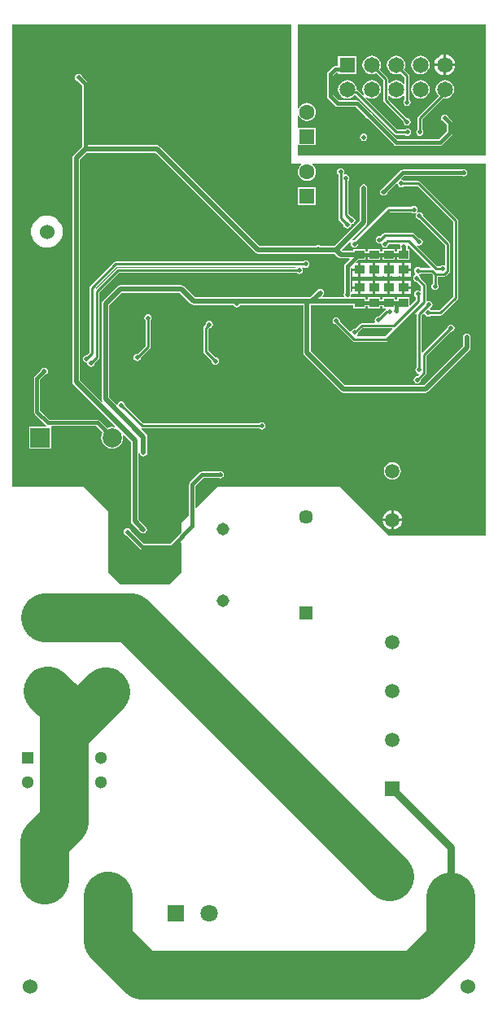
<source format=gbl>
G04*
G04 #@! TF.GenerationSoftware,Altium Limited,Altium Designer,20.2.8 (258)*
G04*
G04 Layer_Physical_Order=2*
G04 Layer_Color=16711680*
%FSLAX25Y25*%
%MOIN*%
G70*
G04*
G04 #@! TF.SameCoordinates,EDA4C1AF-4C8F-4A80-A391-42A014D8E1DD*
G04*
G04*
G04 #@! TF.FilePolarity,Positive*
G04*
G01*
G75*
%ADD15C,0.01000*%
%ADD44R,0.07874X0.07874*%
%ADD45C,0.07874*%
%ADD53R,0.05118X0.05118*%
%ADD54C,0.05118*%
%ADD58R,0.03937X0.03543*%
%ADD71C,0.01500*%
%ADD72C,0.03000*%
%ADD73C,0.02000*%
%ADD74C,0.06000*%
%ADD75C,0.06496*%
%ADD76R,0.06496X0.06496*%
%ADD77R,0.06299X0.06299*%
%ADD78C,0.06299*%
%ADD79C,0.07087*%
%ADD80R,0.07087X0.07087*%
%ADD81C,0.05150*%
%ADD82R,0.05709X0.05709*%
%ADD83C,0.05709*%
%ADD84R,0.05937X0.05937*%
%ADD85C,0.05937*%
%ADD86R,0.07087X0.07087*%
%ADD87C,0.01968*%
%ADD88C,0.02362*%
%ADD89C,0.20000*%
G36*
X709851Y445649D02*
X632649D01*
Y449434D01*
X632850Y449850D01*
X633149Y449850D01*
X640150D01*
Y457150D01*
X633149D01*
X632850Y457150D01*
X632649Y457566D01*
Y461953D01*
X633149Y462052D01*
X633312Y461659D01*
X633897Y460897D01*
X634659Y460312D01*
X635547Y459944D01*
X636500Y459819D01*
X637453Y459944D01*
X638341Y460312D01*
X639103Y460897D01*
X639688Y461659D01*
X640056Y462547D01*
X640181Y463500D01*
X640056Y464453D01*
X639688Y465341D01*
X639103Y466103D01*
X638341Y466688D01*
X637453Y467056D01*
X636500Y467181D01*
X635547Y467056D01*
X634659Y466688D01*
X633897Y466103D01*
X633312Y465341D01*
X633149Y464948D01*
X632649Y465047D01*
Y499351D01*
X709851Y499351D01*
X709851Y445649D01*
D02*
G37*
G36*
X630000Y442500D02*
X634245D01*
X634415Y442000D01*
X633897Y441603D01*
X633312Y440840D01*
X632944Y439953D01*
X632819Y439000D01*
X632944Y438047D01*
X633312Y437159D01*
X633897Y436397D01*
X634659Y435812D01*
X635547Y435444D01*
X636500Y435319D01*
X637453Y435444D01*
X638341Y435812D01*
X639103Y436397D01*
X639688Y437159D01*
X640056Y438047D01*
X640181Y439000D01*
X640056Y439953D01*
X639688Y440840D01*
X639103Y441603D01*
X638585Y442000D01*
X638755Y442500D01*
X709851D01*
X709851Y290000D01*
X670000D01*
X650000Y310000D01*
X600000D01*
X591236Y301236D01*
X590774Y301428D01*
Y310472D01*
X594028Y313725D01*
X600236D01*
X600421Y313602D01*
X601000Y313487D01*
X601579Y313602D01*
X602070Y313930D01*
X602398Y314421D01*
X602513Y315000D01*
X602398Y315579D01*
X602070Y316070D01*
X601579Y316398D01*
X601000Y316513D01*
X600421Y316398D01*
X600236Y316274D01*
X593500D01*
X593012Y316178D01*
X592599Y315901D01*
X588599Y311901D01*
X588322Y311488D01*
X588226Y311000D01*
Y298225D01*
X585000Y295000D01*
Y291302D01*
X580472Y286774D01*
X569528D01*
X564442Y291861D01*
X564398Y292079D01*
X564070Y292570D01*
X563579Y292898D01*
X563000Y293013D01*
X562421Y292898D01*
X561930Y292570D01*
X561602Y292079D01*
X561487Y291500D01*
X561602Y290921D01*
X561930Y290430D01*
X562421Y290102D01*
X562639Y290058D01*
X568099Y284599D01*
X568512Y284323D01*
X569000Y284226D01*
X581000D01*
X581488Y284323D01*
X581901Y284599D01*
X584538Y287236D01*
X585000Y287044D01*
Y275000D01*
X580000Y270000D01*
X560000D01*
X555000Y275000D01*
Y300000D01*
X545000Y310000D01*
X515649D01*
X515649Y499351D01*
X630000Y499351D01*
Y442500D01*
D02*
G37*
%LPC*%
G36*
X693500Y486971D02*
Y483252D01*
X697219D01*
X697139Y483861D01*
X696711Y484894D01*
X696030Y485782D01*
X695142Y486463D01*
X694109Y486891D01*
X693500Y486971D01*
D02*
G37*
G36*
X692500D02*
X691891Y486891D01*
X690858Y486463D01*
X689970Y485782D01*
X689289Y484894D01*
X688861Y483861D01*
X688781Y483252D01*
X692500D01*
Y486971D01*
D02*
G37*
G36*
X656748Y486500D02*
X649252D01*
Y482274D01*
X648000D01*
X647512Y482177D01*
X647099Y481901D01*
X645099Y479901D01*
X644823Y479488D01*
X644726Y479000D01*
Y470000D01*
X644823Y469512D01*
X645099Y469099D01*
X648099Y466099D01*
X648512Y465823D01*
X649000Y465726D01*
X656472D01*
X660558Y461639D01*
X660602Y461421D01*
X660930Y460930D01*
X661421Y460602D01*
X661639Y460558D01*
X672099Y450099D01*
X672512Y449823D01*
X673000Y449725D01*
X691000D01*
X691488Y449823D01*
X691901Y450099D01*
X695901Y454099D01*
X696177Y454512D01*
X696275Y455000D01*
Y458953D01*
X696177Y459441D01*
X695901Y459854D01*
X694457Y461298D01*
X694414Y461516D01*
X694086Y462007D01*
X693595Y462335D01*
X693015Y462451D01*
X692436Y462335D01*
X691946Y462007D01*
X691617Y461516D01*
X691502Y460937D01*
X691617Y460358D01*
X691946Y459867D01*
X692436Y459539D01*
X692655Y459496D01*
X693725Y458425D01*
Y455528D01*
X690472Y452275D01*
X673528D01*
X663442Y462361D01*
X663398Y462579D01*
X663070Y463070D01*
X662579Y463398D01*
X662361Y463442D01*
X657901Y467901D01*
X657488Y468178D01*
X657000Y468274D01*
X649528D01*
X647274Y470528D01*
Y478472D01*
X648528Y479726D01*
X649252D01*
Y479004D01*
X656748D01*
Y486500D01*
D02*
G37*
G36*
X683000Y486532D02*
X682022Y486404D01*
X681110Y486026D01*
X680327Y485425D01*
X679726Y484642D01*
X679348Y483730D01*
X679220Y482752D01*
X679348Y481774D01*
X679726Y480862D01*
X680327Y480079D01*
X681110Y479478D01*
X682022Y479100D01*
X683000Y478972D01*
X683978Y479100D01*
X684890Y479478D01*
X685673Y480079D01*
X686274Y480862D01*
X686652Y481774D01*
X686780Y482752D01*
X686652Y483730D01*
X686274Y484642D01*
X685673Y485425D01*
X684890Y486026D01*
X683978Y486404D01*
X683000Y486532D01*
D02*
G37*
G36*
X697219Y482252D02*
X693500D01*
Y478533D01*
X694109Y478613D01*
X695142Y479041D01*
X696030Y479722D01*
X696711Y480610D01*
X697139Y481643D01*
X697219Y482252D01*
D02*
G37*
G36*
X692500D02*
X688781D01*
X688861Y481643D01*
X689289Y480610D01*
X689970Y479722D01*
X690858Y479041D01*
X691891Y478613D01*
X692500Y478533D01*
Y482252D01*
D02*
G37*
G36*
X673000Y486532D02*
X672022Y486404D01*
X671110Y486026D01*
X670327Y485425D01*
X669726Y484642D01*
X669348Y483730D01*
X669220Y482752D01*
X669348Y481774D01*
X669726Y480862D01*
X670327Y480079D01*
X671110Y479478D01*
X672022Y479100D01*
X673000Y478972D01*
X673978Y479100D01*
X674849Y479461D01*
X676480Y477830D01*
Y475194D01*
X675980Y475025D01*
X675673Y475425D01*
X674890Y476026D01*
X673978Y476404D01*
X673000Y476532D01*
X672022Y476404D01*
X671110Y476026D01*
X670327Y475425D01*
X670172Y475223D01*
X669672Y475392D01*
Y477100D01*
X669594Y477490D01*
X669373Y477821D01*
X666291Y480903D01*
X666652Y481774D01*
X666780Y482752D01*
X666652Y483730D01*
X666274Y484642D01*
X665673Y485425D01*
X664890Y486026D01*
X663978Y486404D01*
X663000Y486532D01*
X662022Y486404D01*
X661110Y486026D01*
X660327Y485425D01*
X659726Y484642D01*
X659348Y483730D01*
X659220Y482752D01*
X659348Y481774D01*
X659726Y480862D01*
X660327Y480079D01*
X661110Y479478D01*
X662022Y479100D01*
X663000Y478972D01*
X663978Y479100D01*
X664849Y479461D01*
X667632Y476678D01*
Y468348D01*
X667710Y467958D01*
X667931Y467627D01*
X675998Y459560D01*
X675987Y459500D01*
X676102Y458921D01*
X676430Y458430D01*
X676921Y458102D01*
X677500Y457987D01*
X678079Y458102D01*
X678570Y458430D01*
X678898Y458921D01*
X679013Y459500D01*
X678898Y460079D01*
X678570Y460570D01*
X678079Y460898D01*
X677500Y461013D01*
X677440Y461001D01*
X669672Y468770D01*
Y470112D01*
X670172Y470281D01*
X670327Y470079D01*
X671110Y469478D01*
X672022Y469100D01*
X673000Y468972D01*
X673978Y469100D01*
X674890Y469478D01*
X675673Y470079D01*
X675980Y470479D01*
X676480Y470310D01*
Y468604D01*
X676430Y468570D01*
X676102Y468079D01*
X675987Y467500D01*
X676102Y466921D01*
X676430Y466430D01*
X676921Y466102D01*
X677500Y465987D01*
X678079Y466102D01*
X678570Y466430D01*
X678898Y466921D01*
X679013Y467500D01*
X678898Y468079D01*
X678570Y468570D01*
X678520Y468604D01*
Y478252D01*
X678442Y478642D01*
X678221Y478973D01*
X676291Y480903D01*
X676652Y481774D01*
X676780Y482752D01*
X676652Y483730D01*
X676274Y484642D01*
X675673Y485425D01*
X674890Y486026D01*
X673978Y486404D01*
X673000Y486532D01*
D02*
G37*
G36*
X663000Y476532D02*
X662022Y476404D01*
X661110Y476026D01*
X660327Y475425D01*
X659726Y474642D01*
X659348Y473730D01*
X659220Y472752D01*
X659348Y471773D01*
X659726Y470862D01*
X659854Y470695D01*
X659477Y470365D01*
X657402Y472440D01*
X657072Y472661D01*
X656776Y472719D01*
X656780Y472752D01*
X656652Y473730D01*
X656274Y474642D01*
X655673Y475425D01*
X654890Y476026D01*
X653978Y476404D01*
X653000Y476532D01*
X652022Y476404D01*
X651110Y476026D01*
X650327Y475425D01*
X649726Y474642D01*
X649348Y473730D01*
X649220Y472752D01*
X649348Y471773D01*
X649726Y470862D01*
X650327Y470079D01*
X651110Y469478D01*
X652022Y469100D01*
X653000Y468972D01*
X653978Y469100D01*
X654890Y469478D01*
X655673Y470079D01*
X655896Y470369D01*
X656550Y470409D01*
X672479Y454479D01*
X672810Y454258D01*
X673200Y454180D01*
X676596D01*
X676630Y454130D01*
X677121Y453802D01*
X677700Y453687D01*
X678279Y453802D01*
X678770Y454130D01*
X679098Y454621D01*
X679213Y455200D01*
X679098Y455779D01*
X678770Y456270D01*
X678279Y456598D01*
X677700Y456713D01*
X677121Y456598D01*
X676630Y456270D01*
X676596Y456220D01*
X673622D01*
X660613Y469229D01*
X660943Y469606D01*
X661110Y469478D01*
X662022Y469100D01*
X663000Y468972D01*
X663978Y469100D01*
X664890Y469478D01*
X665673Y470079D01*
X666274Y470862D01*
X666652Y471773D01*
X666780Y472752D01*
X666652Y473730D01*
X666274Y474642D01*
X665673Y475425D01*
X664890Y476026D01*
X663978Y476404D01*
X663000Y476532D01*
D02*
G37*
G36*
X693000D02*
X692022Y476404D01*
X691110Y476026D01*
X690327Y475425D01*
X689726Y474642D01*
X689348Y473730D01*
X689220Y472752D01*
X689348Y471773D01*
X689726Y470862D01*
X690327Y470079D01*
X690328Y470069D01*
X681979Y461721D01*
X681758Y461390D01*
X681680Y461000D01*
Y456304D01*
X681630Y456270D01*
X681302Y455779D01*
X681187Y455200D01*
X681302Y454621D01*
X681630Y454130D01*
X682121Y453802D01*
X682700Y453687D01*
X683279Y453802D01*
X683770Y454130D01*
X684098Y454621D01*
X684213Y455200D01*
X684098Y455779D01*
X683770Y456270D01*
X683720Y456304D01*
Y460578D01*
X692217Y469075D01*
X693000Y468972D01*
X693978Y469100D01*
X694890Y469478D01*
X695673Y470079D01*
X696274Y470862D01*
X696652Y471773D01*
X696780Y472752D01*
X696652Y473730D01*
X696274Y474642D01*
X695673Y475425D01*
X694890Y476026D01*
X693978Y476404D01*
X693000Y476532D01*
D02*
G37*
G36*
X683000D02*
X682022Y476404D01*
X681110Y476026D01*
X680327Y475425D01*
X679726Y474642D01*
X679348Y473730D01*
X679220Y472752D01*
X679348Y471773D01*
X679726Y470862D01*
X680327Y470079D01*
X681110Y469478D01*
X682022Y469100D01*
X683000Y468972D01*
X683978Y469100D01*
X684890Y469478D01*
X685673Y470079D01*
X686274Y470862D01*
X686652Y471773D01*
X686780Y472752D01*
X686652Y473730D01*
X686274Y474642D01*
X685673Y475425D01*
X684890Y476026D01*
X683978Y476404D01*
X683000Y476532D01*
D02*
G37*
G36*
X659750Y454663D02*
X659171Y454548D01*
X658680Y454220D01*
X658352Y453729D01*
X658237Y453150D01*
X658352Y452570D01*
X658680Y452079D01*
X659171Y451752D01*
X659750Y451636D01*
X660329Y451752D01*
X660820Y452079D01*
X661148Y452570D01*
X661263Y453150D01*
X661148Y453729D01*
X660820Y454220D01*
X660329Y454548D01*
X659750Y454663D01*
D02*
G37*
G36*
X543000Y479061D02*
X542421Y478945D01*
X541930Y478617D01*
X541602Y478126D01*
X541487Y477547D01*
X541602Y476968D01*
X541930Y476477D01*
X542421Y476149D01*
X542639Y476106D01*
X544350Y474394D01*
Y449263D01*
X540919Y445831D01*
X540587Y445335D01*
X540471Y444750D01*
Y353000D01*
X540587Y352415D01*
X540919Y351919D01*
X557865Y334973D01*
X557631Y334499D01*
X556764Y334613D01*
X555606Y334461D01*
X554642Y334062D01*
X551603Y337101D01*
X551189Y337378D01*
X550702Y337474D01*
X530928D01*
X527175Y341228D01*
Y353772D01*
X529261Y355858D01*
X529479Y355902D01*
X529970Y356230D01*
X530298Y356721D01*
X530413Y357300D01*
X530298Y357879D01*
X529970Y358370D01*
X529479Y358698D01*
X528900Y358813D01*
X528321Y358698D01*
X527830Y358370D01*
X527502Y357879D01*
X527458Y357661D01*
X524999Y355201D01*
X524722Y354788D01*
X524625Y354300D01*
Y340700D01*
X524722Y340212D01*
X524999Y339799D01*
X529499Y335299D01*
X529834Y335075D01*
X529807Y334732D01*
X529751Y334575D01*
X522799D01*
Y325701D01*
X531673D01*
Y334425D01*
X531673Y334575D01*
X532028Y334926D01*
X550174D01*
X552840Y332259D01*
X552441Y331296D01*
X552288Y330138D01*
X552441Y328979D01*
X552888Y327900D01*
X553599Y326973D01*
X554526Y326262D01*
X555606Y325815D01*
X556764Y325662D01*
X557922Y325815D01*
X559001Y326262D01*
X559928Y326973D01*
X560639Y327900D01*
X561087Y328979D01*
X561239Y330138D01*
X561125Y331005D01*
X561598Y331239D01*
X564471Y328366D01*
Y296000D01*
X564587Y295415D01*
X564919Y294919D01*
X568419Y291419D01*
X568915Y291087D01*
X569500Y290971D01*
X570085Y291087D01*
X570581Y291419D01*
X570913Y291915D01*
X571029Y292500D01*
X570913Y293085D01*
X570581Y293581D01*
X567529Y296634D01*
Y323736D01*
X568029Y323785D01*
X568102Y323421D01*
X568430Y322930D01*
X568921Y322602D01*
X568948Y322597D01*
X568962Y322587D01*
X569547Y322471D01*
X570132Y322587D01*
X570629Y322919D01*
X570960Y323415D01*
X571077Y324000D01*
Y330453D01*
X570960Y331038D01*
X570629Y331534D01*
X568616Y333547D01*
X568862Y334008D01*
X569000Y333980D01*
X616896D01*
X616930Y333930D01*
X617421Y333602D01*
X618000Y333487D01*
X618579Y333602D01*
X619070Y333930D01*
X619398Y334421D01*
X619513Y335000D01*
X619398Y335579D01*
X619070Y336070D01*
X618579Y336398D01*
X618000Y336513D01*
X617421Y336398D01*
X616930Y336070D01*
X616896Y336020D01*
X569422D01*
X562002Y343440D01*
X562013Y343500D01*
X561898Y344079D01*
X561570Y344570D01*
X561079Y344898D01*
X560500Y345013D01*
X559921Y344898D01*
X559430Y344570D01*
X559102Y344079D01*
X559050Y343820D01*
X558508Y343655D01*
X555529Y346634D01*
Y369500D01*
Y384366D01*
X560634Y389471D01*
X584367D01*
X588919Y384919D01*
X589415Y384587D01*
X590000Y384471D01*
X606392D01*
X606402Y384421D01*
X606730Y383930D01*
X607221Y383602D01*
X607800Y383487D01*
X608379Y383602D01*
X608870Y383930D01*
X609198Y384421D01*
X609208Y384471D01*
X634971D01*
Y365000D01*
X635087Y364415D01*
X635419Y363919D01*
X650419Y348919D01*
X650915Y348587D01*
X651500Y348471D01*
X685000D01*
X685585Y348587D01*
X686081Y348919D01*
X703081Y365919D01*
X703413Y366415D01*
X703529Y367000D01*
Y371300D01*
X703413Y371885D01*
X703081Y372381D01*
X702585Y372713D01*
X702000Y372829D01*
X701415Y372713D01*
X700919Y372381D01*
X700587Y371885D01*
X700471Y371300D01*
Y367634D01*
X684367Y351529D01*
X652134D01*
X638029Y365634D01*
Y384471D01*
X655532D01*
Y383079D01*
X660468D01*
Y384076D01*
X661531D01*
Y383079D01*
X666468D01*
Y384076D01*
X667531D01*
Y383079D01*
X668706D01*
X668715Y383056D01*
X668789Y382579D01*
X668553Y382421D01*
X665841Y379709D01*
X665782Y379721D01*
X665203Y379606D01*
X664712Y379278D01*
X664384Y378787D01*
X664268Y378208D01*
X664381Y377643D01*
X664395Y377553D01*
X664114Y377143D01*
X659023D01*
X658633Y377065D01*
X658302Y376844D01*
X656160Y374701D01*
X656100Y374713D01*
X655521Y374598D01*
X655030Y374270D01*
X654702Y373779D01*
X654697Y373752D01*
X654154Y373588D01*
X649968Y377774D01*
X650013Y378000D01*
X649898Y378579D01*
X649570Y379070D01*
X649079Y379398D01*
X648500Y379513D01*
X647921Y379398D01*
X647430Y379070D01*
X647102Y378579D01*
X646987Y378000D01*
X647102Y377421D01*
X647430Y376930D01*
X647921Y376602D01*
X648340Y376519D01*
X655079Y369779D01*
X655410Y369558D01*
X655800Y369480D01*
X668963D01*
X669353Y369558D01*
X669684Y369779D01*
X680873Y380969D01*
X680975Y380952D01*
X681396Y380516D01*
Y359004D01*
X681346Y358970D01*
X681018Y358479D01*
X680902Y357900D01*
X681018Y357321D01*
X681346Y356830D01*
X681837Y356502D01*
X682184Y356433D01*
X682363Y355905D01*
X681760Y355301D01*
X681700Y355313D01*
X681121Y355198D01*
X680630Y354870D01*
X680302Y354379D01*
X680187Y353800D01*
X680302Y353221D01*
X680630Y352730D01*
X681121Y352402D01*
X681700Y352287D01*
X682279Y352402D01*
X682770Y352730D01*
X683098Y353221D01*
X683213Y353800D01*
X683202Y353860D01*
X685221Y355879D01*
X685442Y356210D01*
X685520Y356600D01*
Y363578D01*
X695440Y373499D01*
X695500Y373487D01*
X696079Y373602D01*
X696570Y373930D01*
X696898Y374421D01*
X697013Y375000D01*
X696898Y375579D01*
X696570Y376070D01*
X696079Y376398D01*
X695500Y376513D01*
X694921Y376398D01*
X694430Y376070D01*
X694102Y375579D01*
X693987Y375000D01*
X693998Y374940D01*
X683935Y364877D01*
X683435Y365084D01*
Y380093D01*
X684255Y380913D01*
X684797Y380748D01*
X684826Y380608D01*
X685153Y380117D01*
X685644Y379788D01*
X686224Y379673D01*
X686803Y379788D01*
X687294Y380117D01*
X687327Y380167D01*
X691287D01*
X691677Y380245D01*
X692008Y380466D01*
X698121Y386579D01*
X698342Y386910D01*
X698420Y387300D01*
Y419000D01*
X698342Y419390D01*
X698121Y419721D01*
X682921Y434921D01*
X682590Y435142D01*
X682200Y435220D01*
X676304D01*
X676270Y435270D01*
X675779Y435598D01*
X675386Y435676D01*
X675189Y436166D01*
X675189Y436187D01*
X676377Y437375D01*
X699986D01*
X700171Y437252D01*
X700750Y437136D01*
X701329Y437252D01*
X701820Y437579D01*
X702148Y438070D01*
X702263Y438650D01*
X702148Y439229D01*
X701820Y439720D01*
X701329Y440048D01*
X700750Y440163D01*
X700171Y440048D01*
X699986Y439924D01*
X675850D01*
X675362Y439827D01*
X674948Y439551D01*
X667539Y432142D01*
X667321Y432098D01*
X666830Y431770D01*
X666502Y431279D01*
X666387Y430700D01*
X666502Y430121D01*
X666830Y429630D01*
X667321Y429302D01*
X667900Y429187D01*
X668479Y429302D01*
X668970Y429630D01*
X669298Y430121D01*
X669342Y430339D01*
X673213Y434211D01*
X673234Y434211D01*
X673724Y434014D01*
X673802Y433621D01*
X674130Y433130D01*
X674621Y432802D01*
X675200Y432687D01*
X675779Y432802D01*
X676270Y433130D01*
X676304Y433180D01*
X681778D01*
X696380Y418578D01*
Y387722D01*
X690864Y382206D01*
X687327D01*
X687294Y382257D01*
X686803Y382585D01*
X686671Y382611D01*
Y383121D01*
X687079Y383202D01*
X687570Y383530D01*
X687898Y384021D01*
X688013Y384600D01*
X687898Y385179D01*
X687570Y385670D01*
X687079Y385998D01*
X686500Y386113D01*
X685921Y385998D01*
X685820Y385930D01*
X685320Y386198D01*
Y392700D01*
X685242Y393090D01*
X685021Y393421D01*
X683002Y395440D01*
X683013Y395500D01*
X682898Y396079D01*
X682570Y396570D01*
X682547Y396586D01*
X682565Y396878D01*
X682627Y397134D01*
X683070Y397430D01*
X683104Y397480D01*
X687414D01*
X687980Y396914D01*
Y393204D01*
X687930Y393170D01*
X687602Y392679D01*
X687487Y392100D01*
X687602Y391521D01*
X687930Y391030D01*
X688421Y390702D01*
X689000Y390587D01*
X689579Y390702D01*
X690070Y391030D01*
X690398Y391521D01*
X690513Y392100D01*
X690398Y392679D01*
X690070Y393170D01*
X690020Y393204D01*
Y396121D01*
X692938D01*
X693328Y396199D01*
X693659Y396420D01*
X694880Y397641D01*
X695101Y397972D01*
X695179Y398362D01*
Y409441D01*
X695101Y409831D01*
X694880Y410162D01*
X684101Y420940D01*
X684113Y421000D01*
X683998Y421579D01*
X683670Y422070D01*
X683179Y422398D01*
X682600Y422513D01*
X682021Y422398D01*
X681893Y422313D01*
X681533Y422673D01*
X681698Y422921D01*
X681813Y423500D01*
X681698Y424079D01*
X681370Y424570D01*
X680879Y424898D01*
X680300Y425013D01*
X679721Y424898D01*
X679230Y424570D01*
X679196Y424520D01*
X670000D01*
X669610Y424442D01*
X669279Y424221D01*
X656060Y411001D01*
X656000Y411013D01*
X655421Y410898D01*
X654930Y410570D01*
X654602Y410079D01*
X654487Y409500D01*
X654602Y408921D01*
X654930Y408430D01*
X655421Y408102D01*
X656000Y407987D01*
X656579Y408102D01*
X657070Y408430D01*
X657398Y408921D01*
X657513Y409500D01*
X657502Y409560D01*
X670422Y422480D01*
X679196D01*
X679230Y422430D01*
X679721Y422102D01*
X680300Y421987D01*
X680879Y422102D01*
X681007Y422187D01*
X681367Y421827D01*
X681202Y421579D01*
X681087Y421000D01*
X681202Y420421D01*
X681530Y419930D01*
X682021Y419602D01*
X682600Y419487D01*
X682660Y419498D01*
X693140Y409019D01*
Y400893D01*
X692729Y400613D01*
X692639Y400626D01*
X692075Y400738D01*
X691496Y400623D01*
X691005Y400295D01*
X690971Y400245D01*
X689796D01*
X681377Y408664D01*
X681696Y409053D01*
X681921Y408902D01*
X682500Y408787D01*
X683079Y408902D01*
X683570Y409230D01*
X683898Y409721D01*
X684013Y410300D01*
X683898Y410879D01*
X683570Y411370D01*
X683079Y411698D01*
X682500Y411813D01*
X682440Y411801D01*
X680521Y413721D01*
X680190Y413942D01*
X679800Y414020D01*
X668384D01*
X667994Y413942D01*
X667663Y413721D01*
X666547Y412605D01*
X666269Y412661D01*
X665690Y412545D01*
X665199Y412217D01*
X664871Y411726D01*
X664756Y411147D01*
X664871Y410568D01*
X665199Y410077D01*
X665690Y409749D01*
X666269Y409634D01*
X666513Y409682D01*
X666942Y409517D01*
X667024Y409313D01*
X667102Y408921D01*
X667430Y408430D01*
X667921Y408102D01*
X668500Y407987D01*
X669079Y408102D01*
X669570Y408430D01*
X669898Y408921D01*
X670013Y409500D01*
X670015Y409502D01*
X674577D01*
X674858Y409091D01*
X674844Y409001D01*
X674731Y408437D01*
X674834Y407921D01*
X674756Y407678D01*
X674626Y407421D01*
X673531D01*
Y406424D01*
X672469D01*
Y407421D01*
X667531D01*
Y406424D01*
X666468D01*
Y407421D01*
X661531D01*
Y406424D01*
X660468D01*
Y407421D01*
X655532D01*
Y406679D01*
X651049D01*
X650741Y407079D01*
X660831Y417169D01*
X661163Y417665D01*
X661279Y418250D01*
Y432350D01*
X661163Y432936D01*
X660831Y433432D01*
X660335Y433763D01*
X659750Y433880D01*
X659165Y433763D01*
X658669Y433432D01*
X658337Y432936D01*
X658221Y432350D01*
Y418884D01*
X647866Y408529D01*
X642298D01*
X642271Y408570D01*
X641780Y408898D01*
X641201Y409013D01*
X640622Y408898D01*
X640131Y408570D01*
X640103Y408529D01*
X617134D01*
X576206Y449456D01*
X575710Y449788D01*
X575125Y449904D01*
X546900D01*
Y474922D01*
X546803Y475410D01*
X546526Y475823D01*
X544442Y477908D01*
X544398Y478126D01*
X544070Y478617D01*
X543579Y478945D01*
X543000Y479061D01*
D02*
G37*
G36*
X640150Y432650D02*
X632850D01*
Y425350D01*
X640150D01*
Y432650D01*
D02*
G37*
G36*
X650331Y440513D02*
X649752Y440398D01*
X649261Y440070D01*
X648933Y439579D01*
X648818Y439000D01*
X648933Y438421D01*
X649261Y437930D01*
X649312Y437896D01*
Y419935D01*
X649390Y419545D01*
X649611Y419214D01*
X651482Y417343D01*
X651470Y417283D01*
X651585Y416704D01*
X651913Y416213D01*
X652404Y415885D01*
X652983Y415770D01*
X653562Y415885D01*
X654053Y416213D01*
X654381Y416704D01*
X654469Y417142D01*
X654670Y417413D01*
X654941Y417614D01*
X655379Y417701D01*
X655870Y418029D01*
X656198Y418520D01*
X656313Y419100D01*
X656198Y419679D01*
X655870Y420170D01*
X655379Y420498D01*
X654800Y420613D01*
X654740Y420601D01*
X653435Y421906D01*
Y435296D01*
X653486Y435330D01*
X653814Y435821D01*
X653929Y436400D01*
X653814Y436979D01*
X653486Y437470D01*
X652995Y437798D01*
X652416Y437913D01*
X651927Y437816D01*
X651703Y438034D01*
X651596Y438221D01*
X651730Y438421D01*
X651845Y439000D01*
X651730Y439579D01*
X651402Y440070D01*
X650911Y440398D01*
X650331Y440513D01*
D02*
G37*
G36*
X530000Y421032D02*
X528726Y420906D01*
X527500Y420534D01*
X526371Y419931D01*
X525382Y419118D01*
X524569Y418129D01*
X523966Y416999D01*
X523594Y415774D01*
X523468Y414500D01*
X523594Y413226D01*
X523966Y412001D01*
X524569Y410871D01*
X525382Y409882D01*
X526371Y409069D01*
X527500Y408466D01*
X528726Y408094D01*
X530000Y407969D01*
X531274Y408094D01*
X532500Y408466D01*
X533629Y409069D01*
X534618Y409882D01*
X535431Y410871D01*
X536034Y412001D01*
X536406Y413226D01*
X536531Y414500D01*
X536406Y415774D01*
X536034Y416999D01*
X535431Y418129D01*
X534618Y419118D01*
X533629Y419931D01*
X532500Y420534D01*
X531274Y420906D01*
X530000Y421032D01*
D02*
G37*
G36*
X596500Y378013D02*
X595921Y377898D01*
X595430Y377570D01*
X595102Y377079D01*
X594987Y376500D01*
X594999Y376440D01*
X594279Y375721D01*
X594058Y375390D01*
X593980Y375000D01*
Y365500D01*
X594058Y365110D01*
X594279Y364779D01*
X597499Y361560D01*
X597487Y361500D01*
X597602Y360921D01*
X597930Y360430D01*
X598421Y360102D01*
X599000Y359987D01*
X599579Y360102D01*
X600070Y360430D01*
X600398Y360921D01*
X600513Y361500D01*
X600398Y362079D01*
X600070Y362570D01*
X599579Y362898D01*
X599000Y363013D01*
X598940Y363001D01*
X596020Y365922D01*
Y374578D01*
X596440Y374998D01*
X596500Y374987D01*
X597079Y375102D01*
X597570Y375430D01*
X597898Y375921D01*
X598013Y376500D01*
X597898Y377079D01*
X597570Y377570D01*
X597079Y377898D01*
X596500Y378013D01*
D02*
G37*
G36*
X571382Y380631D02*
X570803Y380516D01*
X570312Y380188D01*
X569984Y379697D01*
X569869Y379118D01*
X569984Y378539D01*
X570312Y378048D01*
X570362Y378014D01*
Y367804D01*
X567060Y364502D01*
X567000Y364513D01*
X566421Y364398D01*
X565930Y364070D01*
X565602Y363579D01*
X565487Y363000D01*
X565602Y362421D01*
X565930Y361930D01*
X566421Y361602D01*
X567000Y361487D01*
X567579Y361602D01*
X568070Y361930D01*
X568398Y362421D01*
X568513Y363000D01*
X568502Y363060D01*
X572103Y366661D01*
X572324Y366992D01*
X572402Y367382D01*
Y378014D01*
X572452Y378048D01*
X572780Y378539D01*
X572895Y379118D01*
X572780Y379697D01*
X572452Y380188D01*
X571961Y380516D01*
X571382Y380631D01*
D02*
G37*
G36*
X671500Y319998D02*
X670595Y319879D01*
X669751Y319530D01*
X669026Y318974D01*
X668470Y318249D01*
X668121Y317406D01*
X668002Y316500D01*
X668121Y315595D01*
X668470Y314751D01*
X669026Y314026D01*
X669751Y313470D01*
X670595Y313121D01*
X671500Y313002D01*
X672405Y313121D01*
X673249Y313470D01*
X673974Y314026D01*
X674530Y314751D01*
X674879Y315595D01*
X674998Y316500D01*
X674879Y317406D01*
X674530Y318249D01*
X673974Y318974D01*
X673249Y319530D01*
X672405Y319879D01*
X671500Y319998D01*
D02*
G37*
G36*
X672000Y300437D02*
Y297000D01*
X675437D01*
X675366Y297536D01*
X674966Y298501D01*
X674330Y299330D01*
X673501Y299967D01*
X672536Y300366D01*
X672000Y300437D01*
D02*
G37*
G36*
X671000D02*
X670464Y300366D01*
X669499Y299967D01*
X668670Y299330D01*
X668034Y298501D01*
X667634Y297536D01*
X667563Y297000D01*
X671000D01*
Y300437D01*
D02*
G37*
G36*
X675437Y296000D02*
X672000D01*
Y292563D01*
X672536Y292634D01*
X673501Y293034D01*
X674330Y293670D01*
X674966Y294499D01*
X675366Y295464D01*
X675437Y296000D01*
D02*
G37*
G36*
X671000D02*
X667563D01*
X667634Y295464D01*
X668034Y294499D01*
X668670Y293670D01*
X669499Y293034D01*
X670464Y292634D01*
X671000Y292563D01*
Y296000D01*
D02*
G37*
%LPD*%
G36*
X687176Y399981D02*
X686984Y399520D01*
X683104D01*
X683070Y399570D01*
X682579Y399898D01*
X682000Y400013D01*
X681421Y399898D01*
X680930Y399570D01*
X680602Y399079D01*
X680487Y398500D01*
X680602Y397921D01*
X680930Y397430D01*
X680953Y397414D01*
X680935Y397122D01*
X680873Y396866D01*
X680430Y396570D01*
X680102Y396079D01*
X679987Y395500D01*
X680102Y394921D01*
X680430Y394430D01*
X680921Y394102D01*
X681500Y393987D01*
X681560Y393999D01*
X683280Y392278D01*
Y390431D01*
X682780Y390164D01*
X682579Y390298D01*
X682000Y390413D01*
X681421Y390298D01*
X680930Y389970D01*
X680602Y389479D01*
X680487Y388900D01*
X680602Y388321D01*
X680930Y387830D01*
X680980Y387796D01*
Y386477D01*
X678930Y384427D01*
X678469Y384618D01*
Y387622D01*
X673531D01*
Y386625D01*
X672469D01*
Y387622D01*
X667531D01*
Y386625D01*
X666468D01*
Y387622D01*
X661531D01*
Y386625D01*
X660468D01*
Y387622D01*
X655532D01*
Y387529D01*
X654646D01*
X654379Y388029D01*
X654525Y388248D01*
X654612Y388684D01*
X655005Y388865D01*
X655121Y388878D01*
X657500D01*
Y391150D01*
X655031D01*
Y389900D01*
X654531Y389695D01*
X654401Y389826D01*
Y399642D01*
X654531Y399734D01*
X655031Y399474D01*
Y399350D01*
X657500D01*
Y401622D01*
X656731D01*
X656540Y402084D01*
X657334Y402878D01*
X660468D01*
Y403875D01*
X661531D01*
Y402878D01*
X666468D01*
Y403875D01*
X667531D01*
Y402878D01*
X672469D01*
Y403875D01*
X673531D01*
Y402878D01*
X678469D01*
Y407421D01*
X677953D01*
X677703Y407773D01*
X677656Y407921D01*
X677758Y408437D01*
X677695Y408755D01*
X678156Y409001D01*
X687176Y399981D01*
D02*
G37*
G36*
X615419Y405919D02*
X615915Y405587D01*
X616500Y405471D01*
X647866D01*
X649269Y404068D01*
X649765Y403737D01*
X650350Y403620D01*
X653818D01*
X654009Y403158D01*
X652225Y401374D01*
X651949Y400961D01*
X651852Y400473D01*
Y389591D01*
X651729Y389406D01*
X651613Y388827D01*
X651729Y388248D01*
X651874Y388029D01*
X651607Y387529D01*
X642846D01*
X642654Y387991D01*
X643081Y388419D01*
X643413Y388915D01*
X643529Y389500D01*
X643413Y390085D01*
X643081Y390581D01*
X642585Y390913D01*
X642000Y391029D01*
X641415Y390913D01*
X640919Y390581D01*
X637866Y387529D01*
X590633D01*
X586081Y392081D01*
X585585Y392413D01*
X585000Y392529D01*
X560000D01*
X559415Y392413D01*
X558919Y392081D01*
X552919Y386081D01*
X552587Y385585D01*
X552471Y385000D01*
Y369500D01*
Y346000D01*
X552587Y345415D01*
X552852Y345018D01*
X552464Y344699D01*
X543529Y353633D01*
Y444116D01*
X546258Y446846D01*
X574492D01*
X615419Y405919D01*
D02*
G37*
G36*
X671625Y374604D02*
X668540Y371520D01*
X657157D01*
X657005Y372020D01*
X657170Y372130D01*
X657498Y372621D01*
X657613Y373200D01*
X657601Y373260D01*
X659446Y375104D01*
X671418D01*
X671625Y374604D01*
D02*
G37*
%LPC*%
G36*
X666968Y401622D02*
X666532Y401622D01*
X664500D01*
Y398850D01*
Y396079D01*
X666532D01*
X667031Y396079D01*
X667469Y396079D01*
X669500D01*
Y398850D01*
Y401622D01*
X667469D01*
X666968Y401622D01*
D02*
G37*
G36*
X673032Y401622D02*
X672532Y401622D01*
X670500D01*
Y398850D01*
Y396079D01*
X672532D01*
X672968Y396079D01*
X673468Y396079D01*
X675500D01*
Y398850D01*
Y401622D01*
X673468D01*
X673032Y401622D01*
D02*
G37*
G36*
X676500Y401622D02*
Y399350D01*
X678968D01*
Y401622D01*
X676500D01*
D02*
G37*
G36*
X661031Y401622D02*
X660532Y401622D01*
X658500D01*
Y398850D01*
Y396079D01*
X660532D01*
X660968Y396079D01*
X661469Y396079D01*
X663500D01*
Y398850D01*
Y401622D01*
X661469D01*
X661031Y401622D01*
D02*
G37*
G36*
X678968Y398350D02*
X676500D01*
Y396079D01*
X678968D01*
Y398350D01*
D02*
G37*
G36*
X657500D02*
X655031D01*
Y396079D01*
X657500D01*
Y398350D01*
D02*
G37*
G36*
X673032Y394421D02*
X672532Y394421D01*
X670500D01*
Y391650D01*
Y388878D01*
X672532D01*
X672968Y388878D01*
X673468Y388878D01*
X675500D01*
Y391650D01*
Y394421D01*
X673468D01*
X673032Y394421D01*
D02*
G37*
G36*
X667031Y394421D02*
X666532Y394421D01*
X664500D01*
Y391650D01*
Y388878D01*
X666532D01*
X666968Y388878D01*
X667469Y388878D01*
X669500D01*
Y391650D01*
Y394421D01*
X667469D01*
X667031Y394421D01*
D02*
G37*
G36*
X676500D02*
Y392150D01*
X678968D01*
Y394421D01*
X676500D01*
D02*
G37*
G36*
X657500Y394421D02*
X655031D01*
Y392150D01*
X657500D01*
Y394421D01*
D02*
G37*
G36*
X678968Y391150D02*
X676500D01*
Y388878D01*
X678968D01*
Y391150D01*
D02*
G37*
G36*
X661031Y394421D02*
X660532Y394421D01*
X658500D01*
Y391650D01*
Y388878D01*
X660532D01*
X660968Y388878D01*
X661469Y388878D01*
X663500D01*
Y391650D01*
Y394421D01*
X661469D01*
X661031Y394421D01*
D02*
G37*
G36*
X636100Y402713D02*
X635521Y402598D01*
X635030Y402270D01*
X634996Y402220D01*
X558123D01*
X557733Y402142D01*
X557402Y401921D01*
X547679Y392198D01*
X547458Y391867D01*
X547380Y391477D01*
Y364999D01*
X546321Y363940D01*
X546262Y363952D01*
X545682Y363837D01*
X545191Y363509D01*
X544863Y363018D01*
X544748Y362439D01*
X544863Y361859D01*
X545191Y361368D01*
X545682Y361040D01*
X546146Y360948D01*
X546405Y360743D01*
X546610Y360485D01*
X546702Y360021D01*
X547030Y359530D01*
X547521Y359202D01*
X548100Y359087D01*
X548679Y359202D01*
X549170Y359530D01*
X549498Y360021D01*
X549613Y360600D01*
X549602Y360660D01*
X551221Y362279D01*
X551442Y362610D01*
X551520Y363000D01*
Y389478D01*
X559622Y397580D01*
X632296D01*
X632330Y397530D01*
X632821Y397202D01*
X633400Y397087D01*
X633979Y397202D01*
X634470Y397530D01*
X634798Y398021D01*
X634913Y398600D01*
X634798Y399179D01*
X634561Y399534D01*
X634725Y399986D01*
X634774Y400046D01*
X635079Y400097D01*
X635521Y399802D01*
X636100Y399687D01*
X636679Y399802D01*
X637170Y400130D01*
X637498Y400621D01*
X637613Y401200D01*
X637498Y401779D01*
X637170Y402270D01*
X636679Y402598D01*
X636100Y402713D01*
D02*
G37*
%LPD*%
G36*
X631886Y399680D02*
X631841Y399620D01*
X559200D01*
X558810Y399542D01*
X558479Y399321D01*
X550296Y391138D01*
X549752Y391301D01*
X549737Y391372D01*
X558545Y400180D01*
X631635D01*
X631886Y399680D01*
D02*
G37*
D15*
X677500Y467500D02*
Y478252D01*
X673000Y482752D02*
X677500Y478252D01*
X689374Y399225D02*
X692075D01*
X678078Y410521D02*
X689374Y399225D01*
X692938Y397141D02*
X694159Y398362D01*
X689195Y397141D02*
X692938D01*
X688900Y397436D02*
X689195Y397141D01*
X694159Y398362D02*
Y409441D01*
X682600Y421000D02*
X694159Y409441D01*
X684500Y364000D02*
X695500Y375000D01*
X684500Y356600D02*
Y364000D01*
X682416Y357900D02*
Y380516D01*
X686500Y384600D01*
X686224Y381187D02*
X691287D01*
X697400Y387300D01*
X669274Y381700D02*
X670400D01*
X665782Y378208D02*
X669274Y381700D01*
X682000Y386055D02*
Y388900D01*
X672069Y376123D02*
X682000Y386055D01*
X659023Y376123D02*
X672069D01*
X656100Y373200D02*
X659023Y376123D01*
X668963Y370500D02*
X684300Y385837D01*
X655800Y370500D02*
X668963D01*
X668549Y409500D02*
X669570Y410521D01*
X668500Y409500D02*
X668549D01*
X669570Y410521D02*
X678078D01*
X682000Y398500D02*
X687836D01*
X688900Y397436D01*
X666531Y411147D02*
X668384Y413000D01*
X679800D02*
X682500Y410300D01*
X668384Y413000D02*
X679800D01*
X666269Y411147D02*
X666531D01*
X650331Y419935D02*
X652983Y417283D01*
X650331Y419935D02*
Y439000D01*
X656000Y409500D02*
X670000Y423500D01*
X652416Y421483D02*
X654800Y419100D01*
X652416Y421483D02*
Y436400D01*
X664000Y391650D02*
X664800Y392450D01*
X546262Y362439D02*
X548400Y364577D01*
Y391477D01*
X548100Y360600D02*
X550500Y363000D01*
Y389900D02*
X559200Y398600D01*
X550500Y363000D02*
Y389900D01*
X648500Y377800D02*
Y378000D01*
X548400Y391477D02*
X558123Y401200D01*
X675200Y434200D02*
X682200D01*
X697400Y387300D02*
Y419000D01*
X681700Y353800D02*
X684500Y356600D01*
X689000Y392100D02*
Y397336D01*
X688900Y397436D02*
X689000Y397336D01*
X670000Y423500D02*
X680300D01*
X693000Y471300D02*
Y472752D01*
X682700Y461000D02*
X693000Y471300D01*
X682700Y455200D02*
Y461000D01*
X673200Y455200D02*
X677700D01*
X653000Y472752D02*
X654033Y471719D01*
X656681D01*
X673200Y455200D01*
X684300Y385837D02*
Y392700D01*
X681500Y395500D02*
X684300Y392700D01*
X558123Y401200D02*
X636100D01*
X559200Y398600D02*
X633400D01*
X648500Y377800D02*
X655800Y370500D01*
X682200Y434200D02*
X697400Y419000D01*
X668652Y468348D02*
X677500Y459500D01*
X668652Y468348D02*
Y477100D01*
X663000Y482752D02*
X668652Y477100D01*
X569000Y335000D02*
X618000D01*
X560500Y343500D02*
X569000Y335000D01*
X595000Y375000D02*
X596500Y376500D01*
X595000Y365500D02*
Y375000D01*
Y365500D02*
X599000Y361500D01*
X567000Y363000D02*
X571382Y367382D01*
Y379118D01*
D44*
X527236Y330138D02*
D03*
D45*
X556764D02*
D03*
X527236Y251398D02*
D03*
X556764D02*
D03*
Y231713D02*
D03*
X527236D02*
D03*
D53*
X522039Y199000D02*
D03*
D54*
Y189000D02*
D03*
X551961D02*
D03*
Y199000D02*
D03*
D58*
X676000Y398850D02*
D03*
Y405150D02*
D03*
Y391650D02*
D03*
Y385350D02*
D03*
X670000Y391650D02*
D03*
Y385350D02*
D03*
Y398850D02*
D03*
Y405150D02*
D03*
X658000Y391650D02*
D03*
Y385350D02*
D03*
X664000Y405150D02*
D03*
Y398850D02*
D03*
X658000Y398850D02*
D03*
Y405150D02*
D03*
X664000Y385350D02*
D03*
Y391650D02*
D03*
D71*
X673100Y381900D02*
Y385250D01*
X673000Y385350D02*
X673100Y385250D01*
X670000Y405150D02*
X676000D01*
X657803D02*
X664000D01*
X676155Y408347D02*
X676245Y408437D01*
X664000Y405150D02*
X670000D01*
X676155Y405305D02*
Y408347D01*
X569000Y285500D02*
X581000D01*
X589500Y294000D02*
Y311000D01*
X581000Y285500D02*
X589500Y294000D01*
X563000Y291500D02*
X569000Y285500D01*
X593500Y315000D02*
X601000D01*
X589500Y311000D02*
X593500Y315000D01*
X659000Y385350D02*
X664000D01*
X545625Y448375D02*
Y474922D01*
X543000Y477547D02*
X545625Y474922D01*
X662000Y462000D02*
X673000Y451000D01*
X657000Y467000D02*
X662000Y462000D01*
X651248Y481000D02*
X653000Y482752D01*
X648000Y481000D02*
X651248D01*
X646000Y470000D02*
Y479000D01*
X648000Y481000D01*
X646000Y470000D02*
X649000Y467000D01*
X657000D01*
X673000Y451000D02*
X691000D01*
X695000Y455000D01*
X693015Y460937D02*
X695000Y458953D01*
Y455000D02*
Y458953D01*
X525900Y340700D02*
Y354300D01*
X528900Y357300D01*
X525900Y340700D02*
X530400Y336200D01*
X550702D02*
X556764Y330138D01*
X530400Y336200D02*
X550702D01*
X675850Y438650D02*
X700750D01*
X667900Y430700D02*
X675850Y438650D01*
X653127Y388827D02*
Y400473D01*
X657803Y405150D01*
X676000D02*
X676155Y405305D01*
X673000Y385350D02*
X676000D01*
X670000D02*
X673000D01*
X664000D02*
X670000D01*
X676000D02*
X676000Y385350D01*
D72*
X695500Y148500D02*
Y162500D01*
X671500Y186500D02*
X695500Y162500D01*
D73*
X616500Y407000D02*
X641201D01*
X648500D01*
X638500Y386000D02*
X658350D01*
X636500D02*
X638500D01*
X590000D02*
X636500D01*
X702000Y367000D02*
Y371300D01*
X685000Y350000D02*
X702000Y367000D01*
X651500Y350000D02*
X685000D01*
X636500Y365000D02*
Y386000D01*
Y365000D02*
X651500Y350000D01*
X659750Y418250D02*
Y432350D01*
X658350Y386000D02*
X659000Y385350D01*
X638500Y386000D02*
X642000Y389500D01*
X585000Y391000D02*
X590000Y386000D01*
X560000Y391000D02*
X585000D01*
X554000Y385000D02*
X560000Y391000D01*
X554000Y369500D02*
Y385000D01*
Y346000D02*
Y369500D01*
X569547Y324000D02*
Y330453D01*
X554000Y346000D02*
X569547Y330453D01*
X648500Y407000D02*
X659750Y418250D01*
X566000Y296000D02*
Y329000D01*
X542000Y353000D02*
Y444750D01*
Y353000D02*
X566000Y329000D01*
X650350Y405150D02*
X657803D01*
X648500Y407000D02*
X650350Y405150D01*
X545625Y448375D02*
X575125D01*
X616500Y407000D01*
X542000Y444750D02*
X545625Y448375D01*
X566000Y296000D02*
X569500Y292500D01*
D74*
X702500Y105500D02*
D03*
X523000D02*
D03*
X530000Y414500D02*
D03*
D75*
X673000Y472752D02*
D03*
Y482752D02*
D03*
X653000Y472752D02*
D03*
X663000Y482752D02*
D03*
Y472752D02*
D03*
X683000Y482752D02*
D03*
X693000D02*
D03*
X683000Y472752D02*
D03*
X693000D02*
D03*
D76*
X653000Y482752D02*
D03*
D77*
X636500Y453500D02*
D03*
Y429000D02*
D03*
D78*
Y463500D02*
D03*
Y439000D02*
D03*
D79*
X695500Y148500D02*
D03*
X554000Y149000D02*
D03*
X596500Y135500D02*
D03*
D80*
X670500Y148500D02*
D03*
X529000Y149000D02*
D03*
D81*
X602000Y292764D02*
D03*
Y263236D02*
D03*
D82*
X636000Y258315D02*
D03*
D83*
Y297685D02*
D03*
D84*
X671500Y186500D02*
D03*
D85*
Y206500D02*
D03*
Y226500D02*
D03*
Y246500D02*
D03*
Y316500D02*
D03*
Y296500D02*
D03*
D86*
X582721Y135500D02*
D03*
D87*
X677500Y467500D02*
D03*
X692075Y399225D02*
D03*
X695500Y375000D02*
D03*
X682416Y357900D02*
D03*
X686224Y381187D02*
D03*
X673100Y381900D02*
D03*
X665782Y378208D02*
D03*
X668500Y409500D02*
D03*
X682000Y398500D02*
D03*
X676245Y408437D02*
D03*
X680300Y423500D02*
D03*
X666269Y411147D02*
D03*
X656000Y409500D02*
D03*
X654800Y419100D02*
D03*
X652983Y417283D02*
D03*
X652416Y436400D02*
D03*
X569500Y324000D02*
D03*
X702500Y426500D02*
D03*
X696000D02*
D03*
X528900Y357300D02*
D03*
X543000Y477547D02*
D03*
X546262Y362439D02*
D03*
X554000Y369500D02*
D03*
X563000Y291500D02*
D03*
X567000Y363000D02*
D03*
X569500Y292500D02*
D03*
X571382Y379118D02*
D03*
X590000Y386000D02*
D03*
X599000Y361500D02*
D03*
X601000Y315000D02*
D03*
X618000Y335000D02*
D03*
X633400Y398600D02*
D03*
X636100Y401200D02*
D03*
X642000Y389500D02*
D03*
X653127Y388827D02*
D03*
X650331Y439000D02*
D03*
X652000Y454000D02*
D03*
Y460000D02*
D03*
X659750Y453150D02*
D03*
X662000Y462000D02*
D03*
X670400Y381700D02*
D03*
X667900Y395500D02*
D03*
X671000D02*
D03*
X667900Y430700D02*
D03*
X675200Y434200D02*
D03*
X677500Y459500D02*
D03*
X681700Y353800D02*
D03*
X682000Y388900D02*
D03*
X681500Y395500D02*
D03*
X682500Y410300D02*
D03*
X682600Y421000D02*
D03*
X693015Y460937D02*
D03*
X690000Y459000D02*
D03*
X692000Y457000D02*
D03*
X702000Y371300D02*
D03*
X700750Y438650D02*
D03*
X548100Y360600D02*
D03*
X545625Y448375D02*
D03*
X596500Y376500D02*
D03*
X641201Y407500D02*
D03*
X659750Y432350D02*
D03*
X677700Y455200D02*
D03*
X686500Y384600D02*
D03*
X682700Y455200D02*
D03*
X689000Y392100D02*
D03*
X607800Y385000D02*
D03*
X656100Y373200D02*
D03*
X648500Y378000D02*
D03*
X664800Y395500D02*
D03*
X674300D02*
D03*
X648000Y454000D02*
D03*
Y460000D02*
D03*
X656000D02*
D03*
X560500Y343500D02*
D03*
X573531Y331000D02*
D03*
X577468D02*
D03*
Y299500D02*
D03*
X573531D02*
D03*
D88*
X691500Y377000D02*
D03*
X705000Y410000D02*
D03*
X700000Y400000D02*
D03*
X705000Y390000D02*
D03*
X700000Y380000D02*
D03*
Y360000D02*
D03*
X705000Y330000D02*
D03*
X700000Y320000D02*
D03*
X705000Y310000D02*
D03*
X700000Y300000D02*
D03*
X690000Y360000D02*
D03*
X695000Y330000D02*
D03*
X690000Y320000D02*
D03*
X695000Y310000D02*
D03*
X690000Y300000D02*
D03*
X680000Y360000D02*
D03*
Y340000D02*
D03*
X685000Y330000D02*
D03*
X680000Y320000D02*
D03*
X685000Y310000D02*
D03*
X680000Y300000D02*
D03*
X670000Y360000D02*
D03*
Y340000D02*
D03*
X675000Y330000D02*
D03*
Y310000D02*
D03*
X660000Y360000D02*
D03*
Y340000D02*
D03*
X665000Y330000D02*
D03*
X660000Y320000D02*
D03*
X665000Y310000D02*
D03*
X650000Y360000D02*
D03*
Y340000D02*
D03*
X655000Y330000D02*
D03*
X650000Y320000D02*
D03*
X640000Y420000D02*
D03*
Y380000D02*
D03*
Y340000D02*
D03*
Y320000D02*
D03*
X630000Y440000D02*
D03*
Y420000D02*
D03*
X635000Y390000D02*
D03*
X630000Y380000D02*
D03*
Y340000D02*
D03*
Y320000D02*
D03*
X625000Y490000D02*
D03*
X620000Y480000D02*
D03*
X625000Y390000D02*
D03*
Y370000D02*
D03*
X620000Y340000D02*
D03*
X625000Y330000D02*
D03*
X615000Y490000D02*
D03*
X610000Y480000D02*
D03*
Y460000D02*
D03*
Y420000D02*
D03*
X615000Y390000D02*
D03*
X610000Y340000D02*
D03*
X615000Y330000D02*
D03*
X605000Y490000D02*
D03*
X600000Y480000D02*
D03*
X605000Y470000D02*
D03*
X600000Y460000D02*
D03*
X605000Y450000D02*
D03*
X600000Y440000D02*
D03*
X605000Y430000D02*
D03*
Y410000D02*
D03*
Y390000D02*
D03*
Y330000D02*
D03*
X600000Y320000D02*
D03*
X595000Y490000D02*
D03*
X590000Y480000D02*
D03*
X595000Y470000D02*
D03*
Y450000D02*
D03*
X590000Y440000D02*
D03*
Y420000D02*
D03*
X595000Y410000D02*
D03*
Y350000D02*
D03*
X590000Y340000D02*
D03*
X595000Y330000D02*
D03*
X585000Y490000D02*
D03*
X580000Y480000D02*
D03*
X585000Y470000D02*
D03*
X580000Y460000D02*
D03*
X585000Y450000D02*
D03*
Y430000D02*
D03*
X580000Y420000D02*
D03*
X585000Y410000D02*
D03*
Y350000D02*
D03*
X580000Y280000D02*
D03*
X575000Y490000D02*
D03*
X570000Y480000D02*
D03*
X575000Y470000D02*
D03*
X570000Y460000D02*
D03*
X575000Y430000D02*
D03*
Y410000D02*
D03*
Y350000D02*
D03*
X570000Y300000D02*
D03*
X565000Y490000D02*
D03*
X560000Y480000D02*
D03*
X565000Y470000D02*
D03*
X560000Y320000D02*
D03*
X555000Y490000D02*
D03*
X550000Y480000D02*
D03*
X555000Y470000D02*
D03*
X550000Y460000D02*
D03*
Y440000D02*
D03*
X555000Y430000D02*
D03*
X550000Y420000D02*
D03*
X555000Y410000D02*
D03*
X550000Y400000D02*
D03*
Y340000D02*
D03*
Y320000D02*
D03*
X545000Y430000D02*
D03*
Y410000D02*
D03*
Y390000D02*
D03*
Y370000D02*
D03*
X535000Y490000D02*
D03*
X530000Y460000D02*
D03*
Y440000D02*
D03*
X535000Y430000D02*
D03*
X530000Y400000D02*
D03*
X535000Y390000D02*
D03*
X530000Y380000D02*
D03*
Y360000D02*
D03*
X535000Y350000D02*
D03*
Y330000D02*
D03*
X530000Y320000D02*
D03*
X525000Y490000D02*
D03*
X520000Y440000D02*
D03*
X525000Y430000D02*
D03*
X520000Y420000D02*
D03*
Y400000D02*
D03*
X525000Y390000D02*
D03*
X520000Y380000D02*
D03*
Y320000D02*
D03*
D89*
X537500Y209500D02*
X542500Y214500D01*
X529000Y164600D02*
X537000Y172600D01*
X542500Y214500D02*
X554000Y226000D01*
X537000Y172600D02*
Y209500D01*
X529000Y149000D02*
Y164600D01*
X555000Y124000D02*
X569000Y110000D01*
X681500D01*
X555000Y124000D02*
Y142500D01*
X695500Y124000D02*
Y142000D01*
X681500Y110000D02*
X695500Y124000D01*
X537000Y209500D02*
Y220000D01*
X529500Y256500D02*
X564500D01*
X670500Y150500D01*
X537000Y209500D02*
X537500D01*
X530500Y226500D02*
X537000Y220000D01*
M02*

</source>
